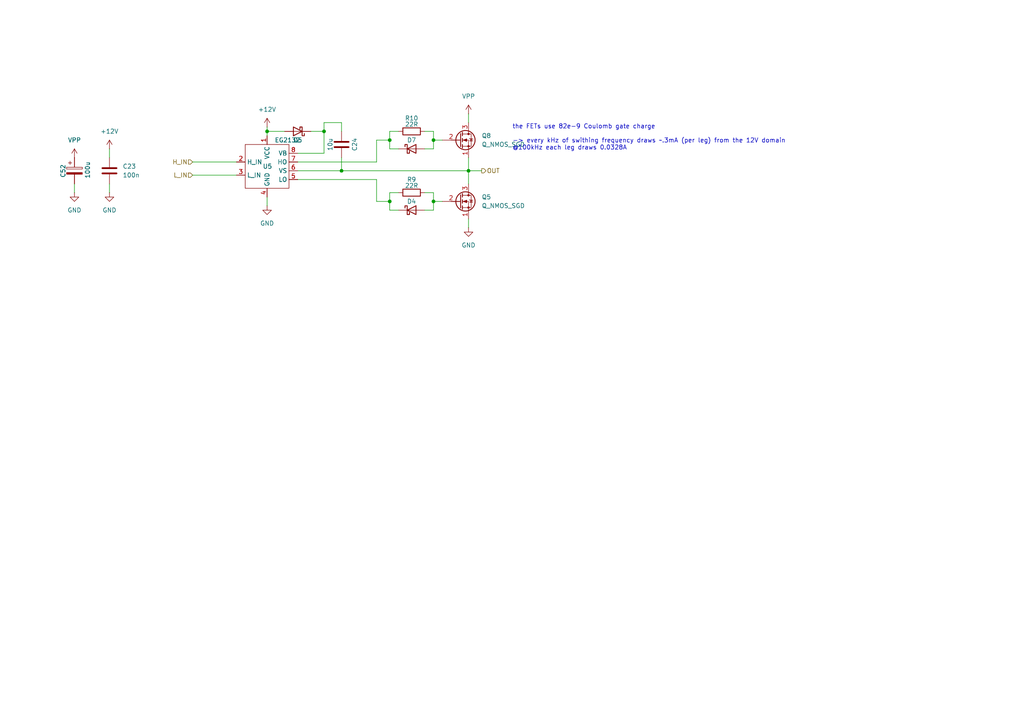
<source format=kicad_sch>
(kicad_sch (version 20231120) (generator "eeschema") (generator_version "8.0")
  (paper "A4")
  (lib_symbols
    (symbol "Device:C" (pin_numbers hide) (pin_names (offset 0.254))
      (property "Reference" "C" (at 0.635 2.54 0))
      (property "Value" "C" (at 0.635 -2.54 0))
      (symbol "C_0_1"
        (polyline (pts (xy -2.032 -0.762) (xy 2.032 -0.762)) (stroke (width 0.508)))
        (polyline (pts (xy -2.032 0.762) (xy 2.032 0.762)) (stroke (width 0.508)))
      )
      (symbol "C_1_1"
        (pin passive line (at 0 3.81 270) (length 2.794) (name "~") (number "1"))
        (pin passive line (at 0 -3.81 90) (length 2.794) (name "~") (number "2"))
      )
    )
    (symbol "Device:C_Polarized" (pin_numbers hide) (pin_names (offset 0.254))
      (property "Reference" "C" (at 0.635 2.54 0))
      (property "Value" "C_Polarized" (at 0.635 -2.54 0))
      (symbol "C_Polarized_0_1"
        (rectangle (start -2.286 0.508) (end 2.286 1.016))
        (polyline (pts (xy -1.778 2.286) (xy -0.762 2.286)))
        (polyline (pts (xy -1.27 2.794) (xy -1.27 1.778)))
        (rectangle (start 2.286 -0.508) (end -2.286 -1.016) (fill (type outline)))
      )
      (symbol "C_Polarized_1_1"
        (pin passive line (at 0 3.81 270) (length 2.794) (name "~") (number "1"))
        (pin passive line (at 0 -3.81 90) (length 2.794) (name "~") (number "2"))
      )
    )
    (symbol "Device:D_Schottky" (pin_numbers hide) (pin_names (offset 1.016) hide)
      (property "Reference" "D" (at 0 2.54 0))
      (property "Value" "D_Schottky" (at 0 -2.54 0))
      (symbol "D_Schottky_0_1"
        (polyline (pts (xy 1.27 0) (xy -1.27 0)))
        (polyline (pts (xy 1.27 1.27) (xy 1.27 -1.27) (xy -1.27 0) (xy 1.27 1.27)) (stroke (width 0.254)))
        (polyline (pts (xy -1.905 0.635) (xy -1.905 1.27) (xy -1.27 1.27) (xy -1.27 -1.27) (xy -0.635 -1.27) (xy -0.635 -0.635)) (stroke (width 0.254)))
      )
      (symbol "D_Schottky_1_1"
        (pin passive line (at -3.81 0 0) (length 2.54) (name "K") (number "1"))
        (pin passive line (at 3.81 0 180) (length 2.54) (name "A") (number "2"))
      )
    )
    (symbol "Device:Q_NMOS_SGD" (pin_names (offset 0) hide)
      (property "Reference" "Q" (at 5.08 1.27 0))
      (property "Value" "Q_NMOS_SGD" (at 5.08 -1.27 0))
      (symbol "Q_NMOS_SGD_0_1"
        (polyline (pts (xy 0.254 0) (xy -2.54 0)))
        (polyline (pts (xy 0.254 1.905) (xy 0.254 -1.905)) (stroke (width 0.254)))
        (polyline (pts (xy 0.762 -1.27) (xy 0.762 -2.286)) (stroke (width 0.254)))
        (polyline (pts (xy 0.762 0.508) (xy 0.762 -0.508)) (stroke (width 0.254)))
        (polyline (pts (xy 0.762 2.286) (xy 0.762 1.27)) (stroke (width 0.254)))
        (polyline (pts (xy 2.54 2.54) (xy 2.54 1.778)))
        (polyline (pts (xy 2.54 -2.54) (xy 2.54 0) (xy 0.762 0)))
        (polyline (pts (xy 0.762 -1.778) (xy 3.302 -1.778) (xy 3.302 1.778) (xy 0.762 1.778)))
        (polyline (pts (xy 1.016 0) (xy 2.032 0.381) (xy 2.032 -0.381) (xy 1.016 0)) (fill (type outline)))
        (polyline (pts (xy 2.794 0.508) (xy 2.921 0.381) (xy 3.683 0.381) (xy 3.81 0.254)))
        (polyline (pts (xy 3.302 0.381) (xy 2.921 -0.254) (xy 3.683 -0.254) (xy 3.302 0.381)))
        (circle (center 1.651 0) (radius 2.794) (stroke (width 0.254)))
        (circle (center 2.54 -1.778) (radius 0.254) (fill (type outline)))
        (circle (center 2.54 1.778) (radius 0.254) (fill (type outline)))
      )
      (symbol "Q_NMOS_SGD_1_1"
        (pin passive line (at 2.54 -5.08 90) (length 2.54) (name "S") (number "1"))
        (pin input line (at -5.08 0 0) (length 5.08) (name "G") (number "2"))
        (pin passive line (at 2.54 5.08 270) (length 2.54) (name "D") (number "3"))
      )
    )
    (symbol "Device:R" (pin_numbers hide) (pin_names (offset 0))
      (property "Reference" "R" (at 2.032 0 90))
      (property "Value" "R" (at 0 0 90))
      (symbol "R_0_1"
        (rectangle (start -1.016 -2.54) (end 1.016 2.54) (stroke (width 0.254)))
      )
      (symbol "R_1_1"
        (pin passive line (at 0 3.81 270) (length 1.27) (name "~") (number "1"))
        (pin passive line (at 0 -3.81 90) (length 1.27) (name "~") (number "2"))
      )
    )
    (symbol "power:+12V" (power) (pin_numbers hide) (pin_names (offset 0) hide)
      (property "Value" "+12V" (at 0 3.556 0))
      (symbol "+12V_0_1"
        (polyline (pts (xy -0.762 1.27) (xy 0 2.54)))
        (polyline (pts (xy 0 0) (xy 0 2.54)))
        (polyline (pts (xy 0 2.54) (xy 0.762 1.27)))
      )
      (symbol "+12V_1_1"
        (pin power_in line (at 0 0 90) (length 0) (name "~") (number "1"))
      )
    )
    (symbol "power:GND" (power) (pin_numbers hide) (pin_names (offset 0) hide)
      (property "Value" "GND" (at 0 -3.81 0))
      (symbol "GND_0_1"
        (polyline (pts (xy 0 0) (xy 0 -1.27) (xy 1.27 -1.27) (xy 0 -2.54) (xy -1.27 -1.27) (xy 0 -1.27)))
      )
      (symbol "GND_1_1"
        (pin power_in line (at 0 0 270) (length 0) (name "~") (number "1"))
      )
    )
    (symbol "power:VPP" (power) (pin_numbers hide) (pin_names (offset 0) hide)
      (property "Value" "VPP" (at 0 3.556 0))
      (symbol "VPP_0_1"
        (polyline (pts (xy -0.762 1.27) (xy 0 2.54)))
        (polyline (pts (xy 0 0) (xy 0 2.54)))
        (polyline (pts (xy 0 2.54) (xy 0.762 1.27)))
      )
      (symbol "VPP_1_1"
        (pin power_in line (at 0 0 90) (length 0) (name "~") (number "1"))
      )
    )
    (symbol "unicorn_lib:EG2132"
      (property "Reference" "U" (at 0 0 0))
      (symbol "EG2132_0_1"
        (rectangle (start -6.35 6.35) (end 6.35 -6.35))
      )
      (symbol "EG2132_1_1"
        (pin power_in line (at 0 8.89 270) (length 2.54) (name "VCC") (number "1"))
        (pin input line (at -8.89 1.27 0) (length 2.54) (name "H_IN") (number "2"))
        (pin input line (at -8.89 -2.54 0) (length 2.54) (name "L_IN") (number "3"))
        (pin power_in line (at 0 -8.89 90) (length 2.54) (name "GND") (number "4"))
        (pin output line (at 8.89 -3.81 180) (length 2.54) (name "LO") (number "5"))
        (pin bidirectional line (at 8.89 -1.27 180) (length 2.54) (name "VS") (number "6"))
        (pin output line (at 8.89 1.27 180) (length 2.54) (name "HO") (number "7"))
        (pin bidirectional line (at 8.89 3.81 180) (length 2.54) (name "VB") (number "8"))
      )
    )
  )
  (junction (at 125.73 40.64))
  (junction (at 77.47 38.1))
  (junction (at 135.89 49.53))
  (junction (at 93.98 38.1))
  (junction (at 113.03 58.42))
  (junction (at 125.73 58.42))
  (junction (at 113.03 40.64))
  (junction (at 99.06 49.53))
  (wire (pts (xy 21.59 53.34) (xy 21.59 55.88)))
  (wire (pts (xy 125.73 38.1) (xy 125.73 40.64)))
  (wire (pts (xy 123.19 55.88) (xy 125.73 55.88)))
  (wire (pts (xy 135.89 45.72) (xy 135.89 49.53)))
  (wire (pts (xy 93.98 38.1) (xy 93.98 44.45)))
  (wire (pts (xy 135.89 49.53) (xy 139.7 49.53)))
  (wire (pts (xy 113.03 58.42) (xy 113.03 60.96)))
  (wire (pts (xy 109.22 46.99) (xy 109.22 40.64)))
  (wire (pts (xy 125.73 40.64) (xy 125.73 43.18)))
  (wire (pts (xy 125.73 40.64) (xy 128.27 40.64)))
  (wire (pts (xy 77.47 57.15) (xy 77.47 59.69)))
  (wire (pts (xy 125.73 55.88) (xy 125.73 58.42)))
  (wire (pts (xy 125.73 58.42) (xy 125.73 60.96)))
  (wire (pts (xy 113.03 55.88) (xy 113.03 58.42)))
  (wire (pts (xy 31.75 53.34) (xy 31.75 55.88)))
  (wire (pts (xy 135.89 63.5) (xy 135.89 66.04)))
  (wire (pts (xy 125.73 58.42) (xy 128.27 58.42)))
  (wire (pts (xy 86.36 52.07) (xy 109.22 52.07)))
  (wire (pts (xy 86.36 46.99) (xy 109.22 46.99)))
  (wire (pts (xy 113.03 60.96) (xy 115.57 60.96)))
  (wire (pts (xy 90.17 38.1) (xy 93.98 38.1)))
  (wire (pts (xy 113.03 43.18) (xy 115.57 43.18)))
  (wire (pts (xy 55.88 50.8) (xy 68.58 50.8)))
  (wire (pts (xy 77.47 38.1) (xy 82.55 38.1)))
  (wire (pts (xy 125.73 43.18) (xy 123.19 43.18)))
  (wire (pts (xy 123.19 38.1) (xy 125.73 38.1)))
  (wire (pts (xy 113.03 40.64) (xy 113.03 43.18)))
  (wire (pts (xy 125.73 60.96) (xy 123.19 60.96)))
  (wire (pts (xy 77.47 36.83) (xy 77.47 38.1)))
  (wire (pts (xy 113.03 38.1) (xy 113.03 40.64)))
  (wire (pts (xy 93.98 35.56) (xy 93.98 38.1)))
  (wire (pts (xy 99.06 49.53) (xy 135.89 49.53)))
  (wire (pts (xy 77.47 38.1) (xy 77.47 39.37)))
  (wire (pts (xy 99.06 45.72) (xy 99.06 49.53)))
  (wire (pts (xy 86.36 44.45) (xy 93.98 44.45)))
  (wire (pts (xy 99.06 38.1) (xy 99.06 35.56)))
  (wire (pts (xy 55.88 46.99) (xy 68.58 46.99)))
  (wire (pts (xy 135.89 33.02) (xy 135.89 35.56)))
  (wire (pts (xy 31.75 43.18) (xy 31.75 45.72)))
  (wire (pts (xy 115.57 55.88) (xy 113.03 55.88)))
  (wire (pts (xy 115.57 38.1) (xy 113.03 38.1)))
  (wire (pts (xy 86.36 49.53) (xy 99.06 49.53)))
  (wire (pts (xy 109.22 58.42) (xy 113.03 58.42)))
  (wire (pts (xy 135.89 49.53) (xy 135.89 53.34)))
  (wire (pts (xy 99.06 35.56) (xy 93.98 35.56)))
  (wire (pts (xy 109.22 40.64) (xy 113.03 40.64)))
  (wire (pts (xy 109.22 52.07) (xy 109.22 58.42)))
  (text "the FETs use 82e-9 Coulomb gate charge\n\n-> every kHz of swithing frequency draws ~.3mA (per leg) from the 12V domain\n@100kHz each leg draws 0.0328A" (at 148.59 39.878 0) (effects (font (size 1.27 1.27)) (justify left)))
  (hierarchical_label "OUT" (shape output) (at 139.7 49.53 0))
  (hierarchical_label "L_IN" (shape input) (at 55.88 50.8 180))
  (hierarchical_label "H_IN" (shape input) (at 55.88 46.99 180))
  (symbol (lib_id "Device:Q_NMOS_SGD") (at 133.35 40.64 0) (unit 1)
    (property "Reference" "Q8" (at 139.7 39.3699 0) (effects (justify left)))
    (property "Value" "Q_NMOS_SGD" (at 139.7 41.9099 0) (effects (justify left)))
    (property "Footprint" "unicorn_footprints:PQFN-8-EP_6x5mm_P1.27mm_Generic" (effects (hide yes)))
    (property "Description" "N-MOSFET transistor, source/gate/drain" (effects (hide yes)))
    (instances (project "motor_unicorn" (path "" (reference "Q8") (unit 1)) (path "" (reference "Q9") (unit 1)) (path "" (reference "Q10") (unit 1)) (path "" (reference "Q11") (unit 1)) (path "" (reference "Q12") (unit 1)) (path "" (reference "Q13") (unit 1))))
  )
  (symbol (lib_id "unicorn_lib:EG2132") (at 77.47 48.26 0) (unit 1)
    (property "Reference" "U5" (at 76.2 48.26 0) (effects (justify left)))
    (property "Value" "EG2132" (at 79.6641 40.64 0) (effects (justify left)))
    (property "Footprint" "Package_SO:SSOP-8_3.9x5.05mm_P1.27mm" (effects (hide yes)))
    (instances (project "motor_unicorn" (path "" (reference "U5") (unit 1)) (path "" (reference "U6") (unit 1)) (path "" (reference "U4") (unit 1)) (path "" (reference "U11") (unit 1)) (path "" (reference "U12") (unit 1)) (path "" (reference "U13") (unit 1))))
  )
  (symbol (lib_id "Device:R") (at 119.38 38.1 90) (unit 1)
    (property "Reference" "R10" (at 119.38 34.29 90))
    (property "Value" "22R" (at 119.38 36.068 90))
    (property "Footprint" "Resistor_SMD:R_0402_1005Metric" (effects (hide yes)))
    (property "Description" "Resistor" (effects (hide yes)))
    (instances (project "motor_unicorn" (path "" (reference "R10") (unit 1)) (path "" (reference "R12") (unit 1)) (path "" (reference "R8") (unit 1)) (path "" (reference "R18") (unit 1)) (path "" (reference "R20") (unit 1)) (path "" (reference "R22") (unit 1))))
  )
  (symbol (lib_id "Device:Q_NMOS_SGD") (at 133.35 58.42 0) (unit 1)
    (property "Reference" "Q5" (at 139.7 57.1499 0) (effects (justify left)))
    (property "Value" "Q_NMOS_SGD" (at 139.7 59.6899 0) (effects (justify left)))
    (property "Footprint" "unicorn_footprints:PQFN-8-EP_6x5mm_P1.27mm_Generic" (effects (hide yes)))
    (property "Description" "N-MOSFET transistor, source/gate/drain" (effects (hide yes)))
    (instances (project "motor_unicorn" (path "" (reference "Q5") (unit 1)) (path "" (reference "Q2") (unit 1)) (path "" (reference "Q3") (unit 1)) (path "" (reference "Q4") (unit 1)) (path "" (reference "Q6") (unit 1)) (path "" (reference "Q7") (unit 1))))
  )
  (symbol (lib_id "Device:D_Schottky") (at 86.36 38.1 180) (unit 1)
    (property "Reference" "D5" (at 86.36 40.64 0))
    (property "Value" "D_Schottky" (effects (hide yes)))
    (property "Footprint" "Diode_SMD:D_SOD-323" (effects (hide yes)))
    (property "Description" "Schottky diode" (effects (hide yes)))
    (instances (project "motor_unicorn" (path "" (reference "D5") (unit 1)) (path "" (reference "D6") (unit 1)) (path "" (reference "D9") (unit 1)) (path "" (reference "D12") (unit 1)) (path "" (reference "D15") (unit 1)) (path "" (reference "D18") (unit 1))))
  )
  (symbol (lib_id "power:+12V") (at 31.75 43.18 0) (unit 1)
    (property "Reference" "#PWR059" (effects (hide yes)))
    (property "Value" "+12V" (at 31.75 38.1 0))
    (property "Description" "Power symbol creates a global label with name \"+12V\"" (effects (hide yes)))
    (instances (project "motor_unicorn" (path "" (reference "#PWR059") (unit 1)) (path "" (reference "#PWR061") (unit 1)) (path "" (reference "#PWR067") (unit 1)) (path "" (reference "#PWR0102") (unit 1)) (path "" (reference "#PWR0108") (unit 1)) (path "" (reference "#PWR0114") (unit 1))))
  )
  (symbol (lib_id "power:GND") (at 31.75 55.88 0) (unit 1)
    (property "Reference" "#PWR060" (effects (hide yes)))
    (property "Value" "GND" (at 31.75 60.96 0))
    (property "Description" "Power symbol creates a global label with name \"GND\" , ground" (effects (hide yes)))
    (instances (project "motor_unicorn" (path "" (reference "#PWR060") (unit 1)) (path "" (reference "#PWR062") (unit 1)) (path "" (reference "#PWR068") (unit 1)) (path "" (reference "#PWR0103") (unit 1)) (path "" (reference "#PWR0109") (unit 1)) (path "" (reference "#PWR0115") (unit 1))))
  )
  (symbol (lib_id "power:GND") (at 135.89 66.04 0) (unit 1)
    (property "Reference" "#PWR058" (effects (hide yes)))
    (property "Value" "GND" (at 135.89 71.12 0))
    (property "Description" "Power symbol creates a global label with name \"GND\" , ground" (effects (hide yes)))
    (instances (project "motor_unicorn" (path "" (reference "#PWR058") (unit 1)) (path "" (reference "#PWR066") (unit 1)) (path "" (reference "#PWR072") (unit 1)) (path "" (reference "#PWR0107") (unit 1)) (path "" (reference "#PWR0113") (unit 1)) (path "" (reference "#PWR0119") (unit 1))))
  )
  (symbol (lib_id "Device:C_Polarized") (at 21.59 49.53 0) (unit 1)
    (property "Reference" "C52" (at 18.288 51.562 90) (effects (justify left)))
    (property "Value" "100u" (at 25.4 51.816 90) (effects (justify left)))
    (property "Footprint" "Capacitor_SMD:CP_Elec_6.3x7.7" (effects (hide yes)))
    (property "Description" "Polarized capacitor" (effects (hide yes)))
    (instances (project "motor_unicorn" (path "" (reference "C52") (unit 1)) (path "" (reference "C53") (unit 1)) (path "" (reference "C54") (unit 1)) (path "" (reference "C55") (unit 1)) (path "" (reference "C56") (unit 1)) (path "" (reference "C57") (unit 1))))
  )
  (symbol (lib_id "Device:C") (at 99.06 41.91 180) (unit 1)
    (property "Reference" "C24" (at 102.87 41.91 90))
    (property "Value" "10u" (at 95.758 41.91 90))
    (property "Footprint" "Capacitor_SMD:C_0603_1608Metric" (effects (hide yes)))
    (property "Description" "Unpolarized capacitor" (effects (hide yes)))
    (instances (project "motor_unicorn" (path "" (reference "C24") (unit 1)) (path "" (reference "C26") (unit 1)) (path "" (reference "C21") (unit 1)) (path "" (reference "C33") (unit 1)) (path "" (reference "C35") (unit 1)) (path "" (reference "C37") (unit 1))))
  )
  (symbol (lib_id "power:GND") (at 21.59 55.88 0) (unit 1)
    (property "Reference" "#PWR081" (effects (hide yes)))
    (property "Value" "GND" (at 21.59 60.96 0))
    (property "Description" "Power symbol creates a global label with name \"GND\" , ground" (effects (hide yes)))
    (instances (project "motor_unicorn" (path "" (reference "#PWR081") (unit 1)) (path "" (reference "#PWR092") (unit 1)) (path "" (reference "#PWR0176") (unit 1)) (path "" (reference "#PWR0178") (unit 1)) (path "" (reference "#PWR0180") (unit 1)) (path "" (reference "#PWR0182") (unit 1))))
  )
  (symbol (lib_id "Device:D_Schottky") (at 119.38 43.18 0) (unit 1)
    (property "Reference" "D7" (at 119.38 40.64 0))
    (property "Value" "D_Schottky" (effects (hide yes)))
    (property "Footprint" "Diode_SMD:D_SOD-323" (effects (hide yes)))
    (property "Description" "Schottky diode" (effects (hide yes)))
    (instances (project "motor_unicorn" (path "" (reference "D7") (unit 1)) (path "" (reference "D10") (unit 1)) (path "" (reference "D3") (unit 1)) (path "" (reference "D13") (unit 1)) (path "" (reference "D16") (unit 1)) (path "" (reference "D19") (unit 1))))
  )
  (symbol (lib_id "Device:C") (at 31.75 49.53 0) (unit 1)
    (property "Reference" "C23" (at 35.56 48.2599 0) (effects (justify left)))
    (property "Value" "100n" (at 35.56 50.7999 0) (effects (justify left)))
    (property "Footprint" "Capacitor_SMD:C_0402_1005Metric" (effects (hide yes)))
    (property "Description" "Unpolarized capacitor" (effects (hide yes)))
    (instances (project "motor_unicorn" (path "" (reference "C23") (unit 1)) (path "" (reference "C25") (unit 1)) (path "" (reference "C22") (unit 1)) (path "" (reference "C32") (unit 1)) (path "" (reference "C34") (unit 1)) (path "" (reference "C36") (unit 1))))
  )
  (symbol (lib_id "power:+12V") (at 77.47 36.83 0) (unit 1)
    (property "Reference" "#PWR063" (effects (hide yes)))
    (property "Value" "+12V" (at 77.47 31.75 0))
    (property "Description" "Power symbol creates a global label with name \"+12V\"" (effects (hide yes)))
    (instances (project "motor_unicorn" (path "" (reference "#PWR063") (unit 1)) (path "" (reference "#PWR069") (unit 1)) (path "" (reference "#PWR055") (unit 1)) (path "" (reference "#PWR0104") (unit 1)) (path "" (reference "#PWR0110") (unit 1)) (path "" (reference "#PWR0116") (unit 1))))
  )
  (symbol (lib_id "power:VPP") (at 135.89 33.02 0) (unit 1)
    (property "Reference" "#PWR065" (effects (hide yes)))
    (property "Value" "VPP" (at 135.89 27.94 0))
    (property "Description" "Power symbol creates a global label with name \"VPP\"" (effects (hide yes)))
    (instances (project "motor_unicorn" (path "" (reference "#PWR065") (unit 1)) (path "" (reference "#PWR071") (unit 1)) (path "" (reference "#PWR057") (unit 1)) (path "" (reference "#PWR0106") (unit 1)) (path "" (reference "#PWR0112") (unit 1)) (path "" (reference "#PWR0118") (unit 1))))
  )
  (symbol (lib_id "Device:R") (at 119.38 55.88 90) (unit 1)
    (property "Reference" "R9" (at 119.38 52.07 90))
    (property "Value" "22R" (at 119.38 53.848 90))
    (property "Footprint" "Resistor_SMD:R_0402_1005Metric" (effects (hide yes)))
    (property "Description" "Resistor" (effects (hide yes)))
    (instances (project "motor_unicorn" (path "" (reference "R9") (unit 1)) (path "" (reference "R11") (unit 1)) (path "" (reference "R13") (unit 1)) (path "" (reference "R19") (unit 1)) (path "" (reference "R21") (unit 1)) (path "" (reference "R23") (unit 1))))
  )
  (symbol (lib_id "power:GND") (at 77.47 59.69 0) (unit 1)
    (property "Reference" "#PWR064" (effects (hide yes)))
    (property "Value" "GND" (at 77.47 64.77 0))
    (property "Description" "Power symbol creates a global label with name \"GND\" , ground" (effects (hide yes)))
    (instances (project "motor_unicorn" (path "" (reference "#PWR064") (unit 1)) (path "" (reference "#PWR070") (unit 1)) (path "" (reference "#PWR056") (unit 1)) (path "" (reference "#PWR0105") (unit 1)) (path "" (reference "#PWR0111") (unit 1)) (path "" (reference "#PWR0117") (unit 1))))
  )
  (symbol (lib_id "Device:D_Schottky") (at 119.38 60.96 0) (unit 1)
    (property "Reference" "D4" (at 119.38 58.42 0))
    (property "Value" "D_Schottky" (effects (hide yes)))
    (property "Footprint" "Diode_SMD:D_SOD-323" (effects (hide yes)))
    (property "Description" "Schottky diode" (effects (hide yes)))
    (instances (project "motor_unicorn" (path "" (reference "D4") (unit 1)) (path "" (reference "D8") (unit 1)) (path "" (reference "D11") (unit 1)) (path "" (reference "D14") (unit 1)) (path "" (reference "D17") (unit 1)) (path "" (reference "D20") (unit 1))))
  )
  (symbol (lib_id "power:VPP") (at 21.59 45.72 0) (unit 1)
    (property "Reference" "#PWR080" (effects (hide yes)))
    (property "Value" "VPP" (at 21.59 40.64 0))
    (property "Description" "Power symbol creates a global label with name \"VPP\"" (effects (hide yes)))
    (instances (project "motor_unicorn" (path "" (reference "#PWR080") (unit 1)) (path "" (reference "#PWR082") (unit 1)) (path "" (reference "#PWR0130") (unit 1)) (path "" (reference "#PWR0177") (unit 1)) (path "" (reference "#PWR0179") (unit 1)) (path "" (reference "#PWR0181") (unit 1))))
  )
)
</source>
